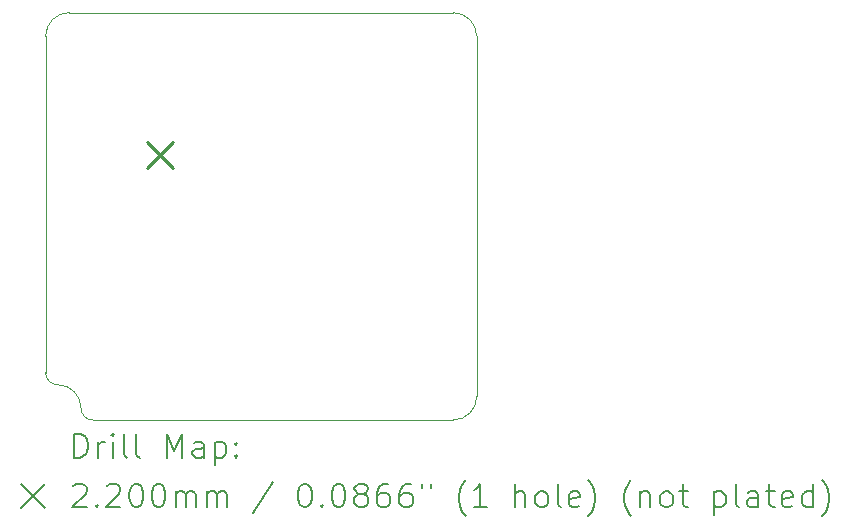
<source format=gbr>
%TF.GenerationSoftware,KiCad,Pcbnew,7.0.1*%
%TF.CreationDate,2023-07-10T19:39:29+02:00*%
%TF.ProjectId,orion_power,6f72696f-6e5f-4706-9f77-65722e6b6963,2*%
%TF.SameCoordinates,Original*%
%TF.FileFunction,Drillmap*%
%TF.FilePolarity,Positive*%
%FSLAX45Y45*%
G04 Gerber Fmt 4.5, Leading zero omitted, Abs format (unit mm)*
G04 Created by KiCad (PCBNEW 7.0.1) date 2023-07-10 19:39:29*
%MOMM*%
%LPD*%
G01*
G04 APERTURE LIST*
%ADD10C,0.100000*%
%ADD11C,0.200000*%
%ADD12C,0.220000*%
G04 APERTURE END LIST*
D10*
X12097500Y-8377500D02*
X12097500Y-5327500D01*
X8447500Y-5327500D02*
X8447500Y-8177500D01*
X8647500Y-5127500D02*
G75*
G03*
X8447500Y-5327500I0J-200000D01*
G01*
X8447500Y-8177500D02*
G75*
G03*
X8547500Y-8277500I100000J0D01*
G01*
X8847500Y-8577500D02*
X10937500Y-8577500D01*
X11897500Y-8577500D02*
G75*
G03*
X12097500Y-8377500I0J200000D01*
G01*
X12097500Y-5327500D02*
G75*
G03*
X11897500Y-5127500I-200000J0D01*
G01*
X8747500Y-8477500D02*
G75*
G03*
X8847500Y-8577500I100000J0D01*
G01*
X10937500Y-8577500D02*
X11897500Y-8577500D01*
X8747500Y-8477500D02*
G75*
G03*
X8547500Y-8277500I-200000J0D01*
G01*
X10937500Y-5127500D02*
X11897500Y-5127500D01*
X10937500Y-5127500D02*
X8647500Y-5127500D01*
D11*
D12*
X9302500Y-6222500D02*
X9522500Y-6442500D01*
X9522500Y-6222500D02*
X9302500Y-6442500D01*
D11*
X8690119Y-8895024D02*
X8690119Y-8695024D01*
X8690119Y-8695024D02*
X8737738Y-8695024D01*
X8737738Y-8695024D02*
X8766309Y-8704548D01*
X8766309Y-8704548D02*
X8785357Y-8723595D01*
X8785357Y-8723595D02*
X8794881Y-8742643D01*
X8794881Y-8742643D02*
X8804405Y-8780738D01*
X8804405Y-8780738D02*
X8804405Y-8809310D01*
X8804405Y-8809310D02*
X8794881Y-8847405D01*
X8794881Y-8847405D02*
X8785357Y-8866452D01*
X8785357Y-8866452D02*
X8766309Y-8885500D01*
X8766309Y-8885500D02*
X8737738Y-8895024D01*
X8737738Y-8895024D02*
X8690119Y-8895024D01*
X8890119Y-8895024D02*
X8890119Y-8761690D01*
X8890119Y-8799786D02*
X8899643Y-8780738D01*
X8899643Y-8780738D02*
X8909167Y-8771214D01*
X8909167Y-8771214D02*
X8928214Y-8761690D01*
X8928214Y-8761690D02*
X8947262Y-8761690D01*
X9013928Y-8895024D02*
X9013928Y-8761690D01*
X9013928Y-8695024D02*
X9004405Y-8704548D01*
X9004405Y-8704548D02*
X9013928Y-8714071D01*
X9013928Y-8714071D02*
X9023452Y-8704548D01*
X9023452Y-8704548D02*
X9013928Y-8695024D01*
X9013928Y-8695024D02*
X9013928Y-8714071D01*
X9137738Y-8895024D02*
X9118690Y-8885500D01*
X9118690Y-8885500D02*
X9109167Y-8866452D01*
X9109167Y-8866452D02*
X9109167Y-8695024D01*
X9242500Y-8895024D02*
X9223452Y-8885500D01*
X9223452Y-8885500D02*
X9213928Y-8866452D01*
X9213928Y-8866452D02*
X9213928Y-8695024D01*
X9471071Y-8895024D02*
X9471071Y-8695024D01*
X9471071Y-8695024D02*
X9537738Y-8837881D01*
X9537738Y-8837881D02*
X9604405Y-8695024D01*
X9604405Y-8695024D02*
X9604405Y-8895024D01*
X9785357Y-8895024D02*
X9785357Y-8790262D01*
X9785357Y-8790262D02*
X9775833Y-8771214D01*
X9775833Y-8771214D02*
X9756786Y-8761690D01*
X9756786Y-8761690D02*
X9718690Y-8761690D01*
X9718690Y-8761690D02*
X9699643Y-8771214D01*
X9785357Y-8885500D02*
X9766309Y-8895024D01*
X9766309Y-8895024D02*
X9718690Y-8895024D01*
X9718690Y-8895024D02*
X9699643Y-8885500D01*
X9699643Y-8885500D02*
X9690119Y-8866452D01*
X9690119Y-8866452D02*
X9690119Y-8847405D01*
X9690119Y-8847405D02*
X9699643Y-8828357D01*
X9699643Y-8828357D02*
X9718690Y-8818833D01*
X9718690Y-8818833D02*
X9766309Y-8818833D01*
X9766309Y-8818833D02*
X9785357Y-8809310D01*
X9880595Y-8761690D02*
X9880595Y-8961690D01*
X9880595Y-8771214D02*
X9899643Y-8761690D01*
X9899643Y-8761690D02*
X9937738Y-8761690D01*
X9937738Y-8761690D02*
X9956786Y-8771214D01*
X9956786Y-8771214D02*
X9966309Y-8780738D01*
X9966309Y-8780738D02*
X9975833Y-8799786D01*
X9975833Y-8799786D02*
X9975833Y-8856929D01*
X9975833Y-8856929D02*
X9966309Y-8875976D01*
X9966309Y-8875976D02*
X9956786Y-8885500D01*
X9956786Y-8885500D02*
X9937738Y-8895024D01*
X9937738Y-8895024D02*
X9899643Y-8895024D01*
X9899643Y-8895024D02*
X9880595Y-8885500D01*
X10061548Y-8875976D02*
X10071071Y-8885500D01*
X10071071Y-8885500D02*
X10061548Y-8895024D01*
X10061548Y-8895024D02*
X10052024Y-8885500D01*
X10052024Y-8885500D02*
X10061548Y-8875976D01*
X10061548Y-8875976D02*
X10061548Y-8895024D01*
X10061548Y-8771214D02*
X10071071Y-8780738D01*
X10071071Y-8780738D02*
X10061548Y-8790262D01*
X10061548Y-8790262D02*
X10052024Y-8780738D01*
X10052024Y-8780738D02*
X10061548Y-8771214D01*
X10061548Y-8771214D02*
X10061548Y-8790262D01*
X8242500Y-9122500D02*
X8442500Y-9322500D01*
X8442500Y-9122500D02*
X8242500Y-9322500D01*
X8680595Y-9134071D02*
X8690119Y-9124548D01*
X8690119Y-9124548D02*
X8709167Y-9115024D01*
X8709167Y-9115024D02*
X8756786Y-9115024D01*
X8756786Y-9115024D02*
X8775833Y-9124548D01*
X8775833Y-9124548D02*
X8785357Y-9134071D01*
X8785357Y-9134071D02*
X8794881Y-9153119D01*
X8794881Y-9153119D02*
X8794881Y-9172167D01*
X8794881Y-9172167D02*
X8785357Y-9200738D01*
X8785357Y-9200738D02*
X8671071Y-9315024D01*
X8671071Y-9315024D02*
X8794881Y-9315024D01*
X8880595Y-9295976D02*
X8890119Y-9305500D01*
X8890119Y-9305500D02*
X8880595Y-9315024D01*
X8880595Y-9315024D02*
X8871071Y-9305500D01*
X8871071Y-9305500D02*
X8880595Y-9295976D01*
X8880595Y-9295976D02*
X8880595Y-9315024D01*
X8966309Y-9134071D02*
X8975833Y-9124548D01*
X8975833Y-9124548D02*
X8994881Y-9115024D01*
X8994881Y-9115024D02*
X9042500Y-9115024D01*
X9042500Y-9115024D02*
X9061548Y-9124548D01*
X9061548Y-9124548D02*
X9071071Y-9134071D01*
X9071071Y-9134071D02*
X9080595Y-9153119D01*
X9080595Y-9153119D02*
X9080595Y-9172167D01*
X9080595Y-9172167D02*
X9071071Y-9200738D01*
X9071071Y-9200738D02*
X8956786Y-9315024D01*
X8956786Y-9315024D02*
X9080595Y-9315024D01*
X9204405Y-9115024D02*
X9223452Y-9115024D01*
X9223452Y-9115024D02*
X9242500Y-9124548D01*
X9242500Y-9124548D02*
X9252024Y-9134071D01*
X9252024Y-9134071D02*
X9261548Y-9153119D01*
X9261548Y-9153119D02*
X9271071Y-9191214D01*
X9271071Y-9191214D02*
X9271071Y-9238833D01*
X9271071Y-9238833D02*
X9261548Y-9276929D01*
X9261548Y-9276929D02*
X9252024Y-9295976D01*
X9252024Y-9295976D02*
X9242500Y-9305500D01*
X9242500Y-9305500D02*
X9223452Y-9315024D01*
X9223452Y-9315024D02*
X9204405Y-9315024D01*
X9204405Y-9315024D02*
X9185357Y-9305500D01*
X9185357Y-9305500D02*
X9175833Y-9295976D01*
X9175833Y-9295976D02*
X9166309Y-9276929D01*
X9166309Y-9276929D02*
X9156786Y-9238833D01*
X9156786Y-9238833D02*
X9156786Y-9191214D01*
X9156786Y-9191214D02*
X9166309Y-9153119D01*
X9166309Y-9153119D02*
X9175833Y-9134071D01*
X9175833Y-9134071D02*
X9185357Y-9124548D01*
X9185357Y-9124548D02*
X9204405Y-9115024D01*
X9394881Y-9115024D02*
X9413929Y-9115024D01*
X9413929Y-9115024D02*
X9432976Y-9124548D01*
X9432976Y-9124548D02*
X9442500Y-9134071D01*
X9442500Y-9134071D02*
X9452024Y-9153119D01*
X9452024Y-9153119D02*
X9461548Y-9191214D01*
X9461548Y-9191214D02*
X9461548Y-9238833D01*
X9461548Y-9238833D02*
X9452024Y-9276929D01*
X9452024Y-9276929D02*
X9442500Y-9295976D01*
X9442500Y-9295976D02*
X9432976Y-9305500D01*
X9432976Y-9305500D02*
X9413929Y-9315024D01*
X9413929Y-9315024D02*
X9394881Y-9315024D01*
X9394881Y-9315024D02*
X9375833Y-9305500D01*
X9375833Y-9305500D02*
X9366309Y-9295976D01*
X9366309Y-9295976D02*
X9356786Y-9276929D01*
X9356786Y-9276929D02*
X9347262Y-9238833D01*
X9347262Y-9238833D02*
X9347262Y-9191214D01*
X9347262Y-9191214D02*
X9356786Y-9153119D01*
X9356786Y-9153119D02*
X9366309Y-9134071D01*
X9366309Y-9134071D02*
X9375833Y-9124548D01*
X9375833Y-9124548D02*
X9394881Y-9115024D01*
X9547262Y-9315024D02*
X9547262Y-9181690D01*
X9547262Y-9200738D02*
X9556786Y-9191214D01*
X9556786Y-9191214D02*
X9575833Y-9181690D01*
X9575833Y-9181690D02*
X9604405Y-9181690D01*
X9604405Y-9181690D02*
X9623452Y-9191214D01*
X9623452Y-9191214D02*
X9632976Y-9210262D01*
X9632976Y-9210262D02*
X9632976Y-9315024D01*
X9632976Y-9210262D02*
X9642500Y-9191214D01*
X9642500Y-9191214D02*
X9661548Y-9181690D01*
X9661548Y-9181690D02*
X9690119Y-9181690D01*
X9690119Y-9181690D02*
X9709167Y-9191214D01*
X9709167Y-9191214D02*
X9718690Y-9210262D01*
X9718690Y-9210262D02*
X9718690Y-9315024D01*
X9813929Y-9315024D02*
X9813929Y-9181690D01*
X9813929Y-9200738D02*
X9823452Y-9191214D01*
X9823452Y-9191214D02*
X9842500Y-9181690D01*
X9842500Y-9181690D02*
X9871071Y-9181690D01*
X9871071Y-9181690D02*
X9890119Y-9191214D01*
X9890119Y-9191214D02*
X9899643Y-9210262D01*
X9899643Y-9210262D02*
X9899643Y-9315024D01*
X9899643Y-9210262D02*
X9909167Y-9191214D01*
X9909167Y-9191214D02*
X9928214Y-9181690D01*
X9928214Y-9181690D02*
X9956786Y-9181690D01*
X9956786Y-9181690D02*
X9975833Y-9191214D01*
X9975833Y-9191214D02*
X9985357Y-9210262D01*
X9985357Y-9210262D02*
X9985357Y-9315024D01*
X10375833Y-9105500D02*
X10204405Y-9362643D01*
X10632976Y-9115024D02*
X10652024Y-9115024D01*
X10652024Y-9115024D02*
X10671072Y-9124548D01*
X10671072Y-9124548D02*
X10680595Y-9134071D01*
X10680595Y-9134071D02*
X10690119Y-9153119D01*
X10690119Y-9153119D02*
X10699643Y-9191214D01*
X10699643Y-9191214D02*
X10699643Y-9238833D01*
X10699643Y-9238833D02*
X10690119Y-9276929D01*
X10690119Y-9276929D02*
X10680595Y-9295976D01*
X10680595Y-9295976D02*
X10671072Y-9305500D01*
X10671072Y-9305500D02*
X10652024Y-9315024D01*
X10652024Y-9315024D02*
X10632976Y-9315024D01*
X10632976Y-9315024D02*
X10613929Y-9305500D01*
X10613929Y-9305500D02*
X10604405Y-9295976D01*
X10604405Y-9295976D02*
X10594881Y-9276929D01*
X10594881Y-9276929D02*
X10585357Y-9238833D01*
X10585357Y-9238833D02*
X10585357Y-9191214D01*
X10585357Y-9191214D02*
X10594881Y-9153119D01*
X10594881Y-9153119D02*
X10604405Y-9134071D01*
X10604405Y-9134071D02*
X10613929Y-9124548D01*
X10613929Y-9124548D02*
X10632976Y-9115024D01*
X10785357Y-9295976D02*
X10794881Y-9305500D01*
X10794881Y-9305500D02*
X10785357Y-9315024D01*
X10785357Y-9315024D02*
X10775833Y-9305500D01*
X10775833Y-9305500D02*
X10785357Y-9295976D01*
X10785357Y-9295976D02*
X10785357Y-9315024D01*
X10918691Y-9115024D02*
X10937738Y-9115024D01*
X10937738Y-9115024D02*
X10956786Y-9124548D01*
X10956786Y-9124548D02*
X10966310Y-9134071D01*
X10966310Y-9134071D02*
X10975833Y-9153119D01*
X10975833Y-9153119D02*
X10985357Y-9191214D01*
X10985357Y-9191214D02*
X10985357Y-9238833D01*
X10985357Y-9238833D02*
X10975833Y-9276929D01*
X10975833Y-9276929D02*
X10966310Y-9295976D01*
X10966310Y-9295976D02*
X10956786Y-9305500D01*
X10956786Y-9305500D02*
X10937738Y-9315024D01*
X10937738Y-9315024D02*
X10918691Y-9315024D01*
X10918691Y-9315024D02*
X10899643Y-9305500D01*
X10899643Y-9305500D02*
X10890119Y-9295976D01*
X10890119Y-9295976D02*
X10880595Y-9276929D01*
X10880595Y-9276929D02*
X10871072Y-9238833D01*
X10871072Y-9238833D02*
X10871072Y-9191214D01*
X10871072Y-9191214D02*
X10880595Y-9153119D01*
X10880595Y-9153119D02*
X10890119Y-9134071D01*
X10890119Y-9134071D02*
X10899643Y-9124548D01*
X10899643Y-9124548D02*
X10918691Y-9115024D01*
X11099643Y-9200738D02*
X11080595Y-9191214D01*
X11080595Y-9191214D02*
X11071072Y-9181690D01*
X11071072Y-9181690D02*
X11061548Y-9162643D01*
X11061548Y-9162643D02*
X11061548Y-9153119D01*
X11061548Y-9153119D02*
X11071072Y-9134071D01*
X11071072Y-9134071D02*
X11080595Y-9124548D01*
X11080595Y-9124548D02*
X11099643Y-9115024D01*
X11099643Y-9115024D02*
X11137738Y-9115024D01*
X11137738Y-9115024D02*
X11156786Y-9124548D01*
X11156786Y-9124548D02*
X11166310Y-9134071D01*
X11166310Y-9134071D02*
X11175833Y-9153119D01*
X11175833Y-9153119D02*
X11175833Y-9162643D01*
X11175833Y-9162643D02*
X11166310Y-9181690D01*
X11166310Y-9181690D02*
X11156786Y-9191214D01*
X11156786Y-9191214D02*
X11137738Y-9200738D01*
X11137738Y-9200738D02*
X11099643Y-9200738D01*
X11099643Y-9200738D02*
X11080595Y-9210262D01*
X11080595Y-9210262D02*
X11071072Y-9219786D01*
X11071072Y-9219786D02*
X11061548Y-9238833D01*
X11061548Y-9238833D02*
X11061548Y-9276929D01*
X11061548Y-9276929D02*
X11071072Y-9295976D01*
X11071072Y-9295976D02*
X11080595Y-9305500D01*
X11080595Y-9305500D02*
X11099643Y-9315024D01*
X11099643Y-9315024D02*
X11137738Y-9315024D01*
X11137738Y-9315024D02*
X11156786Y-9305500D01*
X11156786Y-9305500D02*
X11166310Y-9295976D01*
X11166310Y-9295976D02*
X11175833Y-9276929D01*
X11175833Y-9276929D02*
X11175833Y-9238833D01*
X11175833Y-9238833D02*
X11166310Y-9219786D01*
X11166310Y-9219786D02*
X11156786Y-9210262D01*
X11156786Y-9210262D02*
X11137738Y-9200738D01*
X11347262Y-9115024D02*
X11309167Y-9115024D01*
X11309167Y-9115024D02*
X11290119Y-9124548D01*
X11290119Y-9124548D02*
X11280595Y-9134071D01*
X11280595Y-9134071D02*
X11261548Y-9162643D01*
X11261548Y-9162643D02*
X11252024Y-9200738D01*
X11252024Y-9200738D02*
X11252024Y-9276929D01*
X11252024Y-9276929D02*
X11261548Y-9295976D01*
X11261548Y-9295976D02*
X11271071Y-9305500D01*
X11271071Y-9305500D02*
X11290119Y-9315024D01*
X11290119Y-9315024D02*
X11328214Y-9315024D01*
X11328214Y-9315024D02*
X11347262Y-9305500D01*
X11347262Y-9305500D02*
X11356786Y-9295976D01*
X11356786Y-9295976D02*
X11366310Y-9276929D01*
X11366310Y-9276929D02*
X11366310Y-9229310D01*
X11366310Y-9229310D02*
X11356786Y-9210262D01*
X11356786Y-9210262D02*
X11347262Y-9200738D01*
X11347262Y-9200738D02*
X11328214Y-9191214D01*
X11328214Y-9191214D02*
X11290119Y-9191214D01*
X11290119Y-9191214D02*
X11271071Y-9200738D01*
X11271071Y-9200738D02*
X11261548Y-9210262D01*
X11261548Y-9210262D02*
X11252024Y-9229310D01*
X11537738Y-9115024D02*
X11499643Y-9115024D01*
X11499643Y-9115024D02*
X11480595Y-9124548D01*
X11480595Y-9124548D02*
X11471071Y-9134071D01*
X11471071Y-9134071D02*
X11452024Y-9162643D01*
X11452024Y-9162643D02*
X11442500Y-9200738D01*
X11442500Y-9200738D02*
X11442500Y-9276929D01*
X11442500Y-9276929D02*
X11452024Y-9295976D01*
X11452024Y-9295976D02*
X11461548Y-9305500D01*
X11461548Y-9305500D02*
X11480595Y-9315024D01*
X11480595Y-9315024D02*
X11518691Y-9315024D01*
X11518691Y-9315024D02*
X11537738Y-9305500D01*
X11537738Y-9305500D02*
X11547262Y-9295976D01*
X11547262Y-9295976D02*
X11556786Y-9276929D01*
X11556786Y-9276929D02*
X11556786Y-9229310D01*
X11556786Y-9229310D02*
X11547262Y-9210262D01*
X11547262Y-9210262D02*
X11537738Y-9200738D01*
X11537738Y-9200738D02*
X11518691Y-9191214D01*
X11518691Y-9191214D02*
X11480595Y-9191214D01*
X11480595Y-9191214D02*
X11461548Y-9200738D01*
X11461548Y-9200738D02*
X11452024Y-9210262D01*
X11452024Y-9210262D02*
X11442500Y-9229310D01*
X11632976Y-9115024D02*
X11632976Y-9153119D01*
X11709167Y-9115024D02*
X11709167Y-9153119D01*
X12004405Y-9391214D02*
X11994881Y-9381690D01*
X11994881Y-9381690D02*
X11975833Y-9353119D01*
X11975833Y-9353119D02*
X11966310Y-9334071D01*
X11966310Y-9334071D02*
X11956786Y-9305500D01*
X11956786Y-9305500D02*
X11947262Y-9257881D01*
X11947262Y-9257881D02*
X11947262Y-9219786D01*
X11947262Y-9219786D02*
X11956786Y-9172167D01*
X11956786Y-9172167D02*
X11966310Y-9143595D01*
X11966310Y-9143595D02*
X11975833Y-9124548D01*
X11975833Y-9124548D02*
X11994881Y-9095976D01*
X11994881Y-9095976D02*
X12004405Y-9086452D01*
X12185357Y-9315024D02*
X12071072Y-9315024D01*
X12128214Y-9315024D02*
X12128214Y-9115024D01*
X12128214Y-9115024D02*
X12109167Y-9143595D01*
X12109167Y-9143595D02*
X12090119Y-9162643D01*
X12090119Y-9162643D02*
X12071072Y-9172167D01*
X12423453Y-9315024D02*
X12423453Y-9115024D01*
X12509167Y-9315024D02*
X12509167Y-9210262D01*
X12509167Y-9210262D02*
X12499643Y-9191214D01*
X12499643Y-9191214D02*
X12480595Y-9181690D01*
X12480595Y-9181690D02*
X12452024Y-9181690D01*
X12452024Y-9181690D02*
X12432976Y-9191214D01*
X12432976Y-9191214D02*
X12423453Y-9200738D01*
X12632976Y-9315024D02*
X12613929Y-9305500D01*
X12613929Y-9305500D02*
X12604405Y-9295976D01*
X12604405Y-9295976D02*
X12594881Y-9276929D01*
X12594881Y-9276929D02*
X12594881Y-9219786D01*
X12594881Y-9219786D02*
X12604405Y-9200738D01*
X12604405Y-9200738D02*
X12613929Y-9191214D01*
X12613929Y-9191214D02*
X12632976Y-9181690D01*
X12632976Y-9181690D02*
X12661548Y-9181690D01*
X12661548Y-9181690D02*
X12680595Y-9191214D01*
X12680595Y-9191214D02*
X12690119Y-9200738D01*
X12690119Y-9200738D02*
X12699643Y-9219786D01*
X12699643Y-9219786D02*
X12699643Y-9276929D01*
X12699643Y-9276929D02*
X12690119Y-9295976D01*
X12690119Y-9295976D02*
X12680595Y-9305500D01*
X12680595Y-9305500D02*
X12661548Y-9315024D01*
X12661548Y-9315024D02*
X12632976Y-9315024D01*
X12813929Y-9315024D02*
X12794881Y-9305500D01*
X12794881Y-9305500D02*
X12785357Y-9286452D01*
X12785357Y-9286452D02*
X12785357Y-9115024D01*
X12966310Y-9305500D02*
X12947262Y-9315024D01*
X12947262Y-9315024D02*
X12909167Y-9315024D01*
X12909167Y-9315024D02*
X12890119Y-9305500D01*
X12890119Y-9305500D02*
X12880595Y-9286452D01*
X12880595Y-9286452D02*
X12880595Y-9210262D01*
X12880595Y-9210262D02*
X12890119Y-9191214D01*
X12890119Y-9191214D02*
X12909167Y-9181690D01*
X12909167Y-9181690D02*
X12947262Y-9181690D01*
X12947262Y-9181690D02*
X12966310Y-9191214D01*
X12966310Y-9191214D02*
X12975834Y-9210262D01*
X12975834Y-9210262D02*
X12975834Y-9229310D01*
X12975834Y-9229310D02*
X12880595Y-9248357D01*
X13042500Y-9391214D02*
X13052024Y-9381690D01*
X13052024Y-9381690D02*
X13071072Y-9353119D01*
X13071072Y-9353119D02*
X13080595Y-9334071D01*
X13080595Y-9334071D02*
X13090119Y-9305500D01*
X13090119Y-9305500D02*
X13099643Y-9257881D01*
X13099643Y-9257881D02*
X13099643Y-9219786D01*
X13099643Y-9219786D02*
X13090119Y-9172167D01*
X13090119Y-9172167D02*
X13080595Y-9143595D01*
X13080595Y-9143595D02*
X13071072Y-9124548D01*
X13071072Y-9124548D02*
X13052024Y-9095976D01*
X13052024Y-9095976D02*
X13042500Y-9086452D01*
X13404405Y-9391214D02*
X13394881Y-9381690D01*
X13394881Y-9381690D02*
X13375834Y-9353119D01*
X13375834Y-9353119D02*
X13366310Y-9334071D01*
X13366310Y-9334071D02*
X13356786Y-9305500D01*
X13356786Y-9305500D02*
X13347262Y-9257881D01*
X13347262Y-9257881D02*
X13347262Y-9219786D01*
X13347262Y-9219786D02*
X13356786Y-9172167D01*
X13356786Y-9172167D02*
X13366310Y-9143595D01*
X13366310Y-9143595D02*
X13375834Y-9124548D01*
X13375834Y-9124548D02*
X13394881Y-9095976D01*
X13394881Y-9095976D02*
X13404405Y-9086452D01*
X13480595Y-9181690D02*
X13480595Y-9315024D01*
X13480595Y-9200738D02*
X13490119Y-9191214D01*
X13490119Y-9191214D02*
X13509167Y-9181690D01*
X13509167Y-9181690D02*
X13537738Y-9181690D01*
X13537738Y-9181690D02*
X13556786Y-9191214D01*
X13556786Y-9191214D02*
X13566310Y-9210262D01*
X13566310Y-9210262D02*
X13566310Y-9315024D01*
X13690119Y-9315024D02*
X13671072Y-9305500D01*
X13671072Y-9305500D02*
X13661548Y-9295976D01*
X13661548Y-9295976D02*
X13652024Y-9276929D01*
X13652024Y-9276929D02*
X13652024Y-9219786D01*
X13652024Y-9219786D02*
X13661548Y-9200738D01*
X13661548Y-9200738D02*
X13671072Y-9191214D01*
X13671072Y-9191214D02*
X13690119Y-9181690D01*
X13690119Y-9181690D02*
X13718691Y-9181690D01*
X13718691Y-9181690D02*
X13737738Y-9191214D01*
X13737738Y-9191214D02*
X13747262Y-9200738D01*
X13747262Y-9200738D02*
X13756786Y-9219786D01*
X13756786Y-9219786D02*
X13756786Y-9276929D01*
X13756786Y-9276929D02*
X13747262Y-9295976D01*
X13747262Y-9295976D02*
X13737738Y-9305500D01*
X13737738Y-9305500D02*
X13718691Y-9315024D01*
X13718691Y-9315024D02*
X13690119Y-9315024D01*
X13813929Y-9181690D02*
X13890119Y-9181690D01*
X13842500Y-9115024D02*
X13842500Y-9286452D01*
X13842500Y-9286452D02*
X13852024Y-9305500D01*
X13852024Y-9305500D02*
X13871072Y-9315024D01*
X13871072Y-9315024D02*
X13890119Y-9315024D01*
X14109167Y-9181690D02*
X14109167Y-9381690D01*
X14109167Y-9191214D02*
X14128215Y-9181690D01*
X14128215Y-9181690D02*
X14166310Y-9181690D01*
X14166310Y-9181690D02*
X14185357Y-9191214D01*
X14185357Y-9191214D02*
X14194881Y-9200738D01*
X14194881Y-9200738D02*
X14204405Y-9219786D01*
X14204405Y-9219786D02*
X14204405Y-9276929D01*
X14204405Y-9276929D02*
X14194881Y-9295976D01*
X14194881Y-9295976D02*
X14185357Y-9305500D01*
X14185357Y-9305500D02*
X14166310Y-9315024D01*
X14166310Y-9315024D02*
X14128215Y-9315024D01*
X14128215Y-9315024D02*
X14109167Y-9305500D01*
X14318691Y-9315024D02*
X14299643Y-9305500D01*
X14299643Y-9305500D02*
X14290119Y-9286452D01*
X14290119Y-9286452D02*
X14290119Y-9115024D01*
X14480596Y-9315024D02*
X14480596Y-9210262D01*
X14480596Y-9210262D02*
X14471072Y-9191214D01*
X14471072Y-9191214D02*
X14452024Y-9181690D01*
X14452024Y-9181690D02*
X14413929Y-9181690D01*
X14413929Y-9181690D02*
X14394881Y-9191214D01*
X14480596Y-9305500D02*
X14461548Y-9315024D01*
X14461548Y-9315024D02*
X14413929Y-9315024D01*
X14413929Y-9315024D02*
X14394881Y-9305500D01*
X14394881Y-9305500D02*
X14385357Y-9286452D01*
X14385357Y-9286452D02*
X14385357Y-9267405D01*
X14385357Y-9267405D02*
X14394881Y-9248357D01*
X14394881Y-9248357D02*
X14413929Y-9238833D01*
X14413929Y-9238833D02*
X14461548Y-9238833D01*
X14461548Y-9238833D02*
X14480596Y-9229310D01*
X14547262Y-9181690D02*
X14623453Y-9181690D01*
X14575834Y-9115024D02*
X14575834Y-9286452D01*
X14575834Y-9286452D02*
X14585357Y-9305500D01*
X14585357Y-9305500D02*
X14604405Y-9315024D01*
X14604405Y-9315024D02*
X14623453Y-9315024D01*
X14766310Y-9305500D02*
X14747262Y-9315024D01*
X14747262Y-9315024D02*
X14709167Y-9315024D01*
X14709167Y-9315024D02*
X14690119Y-9305500D01*
X14690119Y-9305500D02*
X14680596Y-9286452D01*
X14680596Y-9286452D02*
X14680596Y-9210262D01*
X14680596Y-9210262D02*
X14690119Y-9191214D01*
X14690119Y-9191214D02*
X14709167Y-9181690D01*
X14709167Y-9181690D02*
X14747262Y-9181690D01*
X14747262Y-9181690D02*
X14766310Y-9191214D01*
X14766310Y-9191214D02*
X14775834Y-9210262D01*
X14775834Y-9210262D02*
X14775834Y-9229310D01*
X14775834Y-9229310D02*
X14680596Y-9248357D01*
X14947262Y-9315024D02*
X14947262Y-9115024D01*
X14947262Y-9305500D02*
X14928215Y-9315024D01*
X14928215Y-9315024D02*
X14890119Y-9315024D01*
X14890119Y-9315024D02*
X14871072Y-9305500D01*
X14871072Y-9305500D02*
X14861548Y-9295976D01*
X14861548Y-9295976D02*
X14852024Y-9276929D01*
X14852024Y-9276929D02*
X14852024Y-9219786D01*
X14852024Y-9219786D02*
X14861548Y-9200738D01*
X14861548Y-9200738D02*
X14871072Y-9191214D01*
X14871072Y-9191214D02*
X14890119Y-9181690D01*
X14890119Y-9181690D02*
X14928215Y-9181690D01*
X14928215Y-9181690D02*
X14947262Y-9191214D01*
X15023453Y-9391214D02*
X15032977Y-9381690D01*
X15032977Y-9381690D02*
X15052024Y-9353119D01*
X15052024Y-9353119D02*
X15061548Y-9334071D01*
X15061548Y-9334071D02*
X15071072Y-9305500D01*
X15071072Y-9305500D02*
X15080596Y-9257881D01*
X15080596Y-9257881D02*
X15080596Y-9219786D01*
X15080596Y-9219786D02*
X15071072Y-9172167D01*
X15071072Y-9172167D02*
X15061548Y-9143595D01*
X15061548Y-9143595D02*
X15052024Y-9124548D01*
X15052024Y-9124548D02*
X15032977Y-9095976D01*
X15032977Y-9095976D02*
X15023453Y-9086452D01*
M02*

</source>
